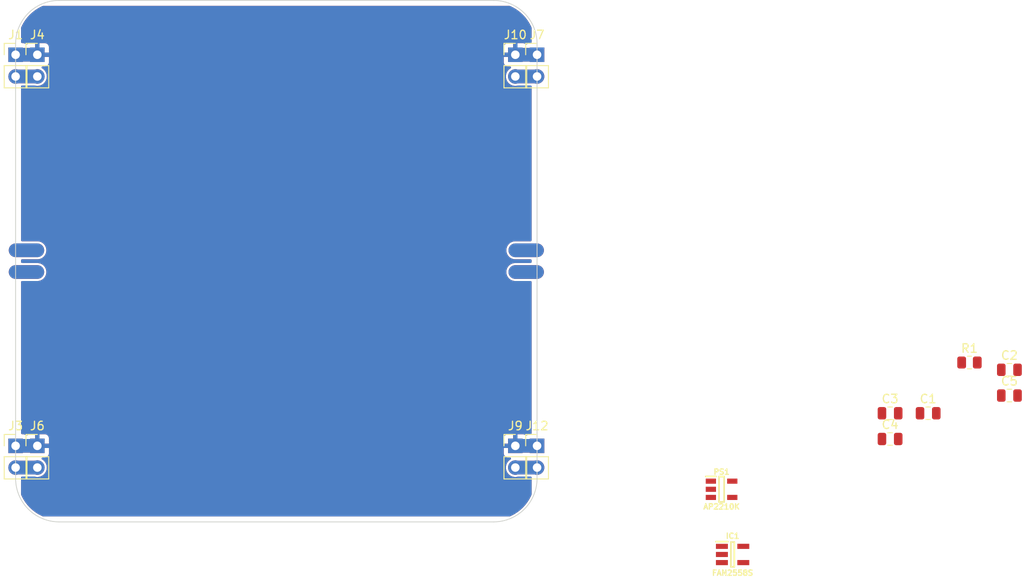
<source format=kicad_pcb>
(kicad_pcb (version 20211014) (generator pcbnew)
  (layers (0 "F.Cu" signal) (31 "B.Cu" signal) (34 "B.Paste" user) (37 "F.SilkS" user "F.Silkscreen") (38 "B.Mask" user) (39 "F.Mask" user) (44 "Edge.Cuts" user))
  (net 0 "")
  (net 1 "/GND")
  (net 2 "/Source 5V")
  (net 3 "Net-(C3-Pad2)")
  (net 4 "/5V")
  (net 5 "/3.8V")
  (net 6 "/~{Power Error}")
  (net 7 "unconnected-(J1-Pad2)")
  (net 8 "unconnected-(J10-Pad2)")
  (net 9 "unconnected-(J12-Pad2)")
  (footprint "Connector_PinHeader_2.54mm:PinHeader_1x02_P2.54mm_Vertical" (layer "F.Cu") (at 127 76.2)
    (fp_text reference "J4" (at 0 -2.33) (layer "F.SilkS"))
    (fp_text value "Conn_01x02_Male")
    (fp_line (start -1.33 -1.33) (end 0 -1.33) (layer "F.SilkS") (width 0.12))
    (fp_line (start -1.33 1.27) (end 1.33 1.27) (layer "F.SilkS") (width 0.12))
    (fp_line (start -1.33 0) (end -1.33 -1.33) (layer "F.SilkS") (width 0.12))
    (fp_line (start 1.33 1.27) (end 1.33 3.87) (layer "F.SilkS") (width 0.12))
    (fp_line (start -1.33 3.87) (end 1.33 3.87) (layer "F.SilkS") (width 0.12))
    (fp_line (start -1.33 1.27) (end -1.33 3.87) (layer "F.SilkS") (width 0.12))
    (pad "1" thru_hole rect (at 0 0) (size 1.7 1.7) (drill 1) (layers *.Cu *.Mask) (net 1 "/GND"))
    (pad "2" thru_hole oval (at 0 2.54) (size 1.7 1.7) (drill 1) (layers *.Cu *.Mask) (net 7 "unconnected-(J1-Pad2)"))
  )
  (footprint "SamacSys_Parts:SOT95P282X130-5N" (layer "F.Cu") (at 206.99 127)
    (fp_text reference "PS1" (at 0 -2.032) (layer "F.SilkS") (effects (font (size 0.635 0.635))))
    (fp_text value "AP2210K-5.0TRG1" hide)
    (fp_text user "${Silkscreen}" (at 0 2.032) (layer "F.SilkS") (effects (font (size 0.635 0.635))))
    (fp_line (start 0.3 1.48) (end -0.3 1.48) (layer "F.SilkS") (width 0.2))
    (fp_line (start 0.3 -1.48) (end 0.3 1.48) (layer "F.SilkS") (width 0.2))
    (fp_line (start -0.3 1.48) (end -0.3 -1.48) (layer "F.SilkS") (width 0.2))
    (fp_line (start -0.3 -1.48) (end 0.3 -1.48) (layer "F.SilkS") (width 0.2))
    (fp_line (start -1.85 -1.5) (end -0.65 -1.5) (layer "F.SilkS") (width 0.2))
    (pad "1" smd rect (at -1.25 -0.95 90) (size 0.6 1.2) (layers "F.Cu" "F.Paste" "F.Mask") (net 2 "/Source 5V"))
    (pad "2" smd rect (at -1.25 0 90) (size 0.6 1.2) (layers "F.Cu" "F.Paste" "F.Mask") (net 1 "/GND"))
    (pad "3" smd rect (at -1.25 0.95 90) (size 0.6 1.2) (layers "F.Cu" "F.Paste" "F.Mask") (net 2 "/Source 5V"))
    (pad "4" smd rect (at 1.25 0.95 90) (size 0.6 1.2) (layers "F.Cu" "F.Paste" "F.Mask") (net 3 "Net-(C3-Pad2)"))
    (pad "5" smd rect (at 1.25 -0.95 90) (size 0.6 1.2) (layers "F.Cu" "F.Paste" "F.Mask") (net 4 "/5V"))
  )
  (footprint "Connector_PinHeader_2.54mm:PinHeader_1x02_P2.54mm_Vertical" (layer "F.Cu") (at 182.88 76.2)
    (fp_text reference "J10" (at 0 -2.33) (layer "F.SilkS"))
    (fp_text value "Conn_01x02_Male")
    (fp_line (start -1.33 3.87) (end 1.33 3.87) (layer "F.SilkS") (width 0.12))
    (fp_line (start -1.33 -1.33) (end 0 -1.33) (layer "F.SilkS") (width 0.12))
    (fp_line (start 1.33 1.27) (end 1.33 3.87) (layer "F.SilkS") (width 0.12))
    (fp_line (start -1.33 0) (end -1.33 -1.33) (layer "F.SilkS") (width 0.12))
    (fp_line (start -1.33 1.27) (end 1.33 1.27) (layer "F.SilkS") (width 0.12))
    (fp_line (start -1.33 1.27) (end -1.33 3.87) (layer "F.SilkS") (width 0.12))
    (pad "1" thru_hole rect (at 0 0) (size 1.7 1.7) (drill 1) (layers *.Cu *.Mask) (net 1 "/GND"))
    (pad "2" thru_hole oval (at 0 2.54) (size 1.7 1.7) (drill 1) (layers *.Cu *.Mask) (net 8 "unconnected-(J10-Pad2)"))
  )
  (footprint "Capacitor_SMD:C_0805_2012Metric" (layer "F.Cu") (at 226.69 118.11)
    (fp_text reference "C3" (at 0 -1.68) (layer "F.SilkS"))
    (fp_text value "C_Small")
    (fp_line (start -0.261252 0.735) (end 0.261252 0.735) (layer "F.SilkS") (width 0.12))
    (fp_line (start -0.261252 -0.735) (end 0.261252 -0.735) (layer "F.SilkS") (width 0.12))
    (pad "1" smd roundrect (at -0.95 0) (size 1 1.45) (layers "F.Cu" "F.Paste" "F.Mask") (net 1 "/GND"))
    (pad "2" smd roundrect (at 0.95 0) (size 1 1.45) (layers "F.Cu" "F.Paste" "F.Mask") (net 3 "Net-(C3-Pad2)"))
  )
  (footprint "Connector_PinHeader_2.54mm:PinHeader_1x02_P2.54mm_Vertical" (layer "F.Cu") (at 127 121.92)
    (fp_text reference "J6" (at 0 -2.33) (layer "F.SilkS"))
    (fp_text value "Conn_01x02_Male")
    (fp_line (start -1.33 0) (end -1.33 -1.33) (layer "F.SilkS") (width 0.12))
    (fp_line (start -1.33 1.27) (end -1.33 3.87) (layer "F.SilkS") (width 0.12))
    (fp_line (start 1.33 1.27) (end 1.33 3.87) (layer "F.SilkS") (width 0.12))
    (fp_line (start -1.33 -1.33) (end 0 -1.33) (layer "F.SilkS") (width 0.12))
    (fp_line (start -1.33 1.27) (end 1.33 1.27) (layer "F.SilkS") (width 0.12))
    (fp_line (start -1.33 3.87) (end 1.33 3.87) (layer "F.SilkS") (width 0.12))
    (pad "1" thru_hole rect (at 0 0) (size 1.7 1.7) (drill 1) (layers *.Cu *.Mask) (net 1 "/GND"))
    (pad "2" thru_hole oval (at 0 2.54) (size 1.7 1.7) (drill 1) (layers *.Cu *.Mask) (net 2 "/Source 5V"))
  )
  (footprint "Connector_PinHeader_2.54mm:PinHeader_1x02_P2.54mm_Vertical" (layer "F.Cu") (at 124.46 76.2)
    (fp_text reference "J1" (at 0 -2.33) (layer "F.SilkS"))
    (fp_text value "Conn_01x02_Male")
    (fp_line (start -1.33 1.27) (end -1.33 3.87) (layer "F.SilkS") (width 0.12))
    (fp_line (start 1.33 1.27) (end 1.33 3.87) (layer "F.SilkS") (width 0.12))
    (fp_line (start -1.33 3.87) (end 1.33 3.87) (layer "F.SilkS") (width 0.12))
    (fp_line (start -1.33 0) (end -1.33 -1.33) (layer "F.SilkS") (width 0.12))
    (fp_line (start -1.33 -1.33) (end 0 -1.33) (layer "F.SilkS") (width 0.12))
    (fp_line (start -1.33 1.27) (end 1.33 1.27) (layer "F.SilkS") (width 0.12))
    (pad "1" thru_hole rect (at 0 0) (size 1.7 1.7) (drill 1) (layers *.Cu *.Mask) (net 1 "/GND"))
    (pad "2" thru_hole oval (at 0 2.54) (size 1.7 1.7) (drill 1) (layers *.Cu *.Mask) (net 7 "unconnected-(J1-Pad2)"))
  )
  (footprint "Connector_PinHeader_2.54mm:PinHeader_1x02_P2.54mm_Vertical" (layer "F.Cu") (at 185.42 121.92)
    (fp_text reference "J12" (at 0 -2.33) (layer "F.SilkS"))
    (fp_text value "Conn_01x02_Male")
    (fp_line (start 1.33 1.27) (end 1.33 3.87) (layer "F.SilkS") (width 0.12))
    (fp_line (start -1.33 1.27) (end 1.33 1.27) (layer "F.SilkS") (width 0.12))
    (fp_line (start -1.33 -1.33) (end 0 -1.33) (layer "F.SilkS") (width 0.12))
    (fp_line (start -1.33 3.87) (end 1.33 3.87) (layer "F.SilkS") (width 0.12))
    (fp_line (start -1.33 1.27) (end -1.33 3.87) (layer "F.SilkS") (width 0.12))
    (fp_line (start -1.33 0) (end -1.33 -1.33) (layer "F.SilkS") (width 0.12))
    (pad "1" thru_hole rect (at 0 0) (size 1.7 1.7) (drill 1) (layers *.Cu *.Mask) (net 1 "/GND"))
    (pad "2" thru_hole oval (at 0 2.54) (size 1.7 1.7) (drill 1) (layers *.Cu *.Mask) (net 9 "unconnected-(J12-Pad2)"))
  )
  (footprint "Capacitor_SMD:C_0805_2012Metric" (layer "F.Cu") (at 231.14 118.11)
    (fp_text reference "C1" (at 0 -1.68) (layer "F.SilkS"))
    (fp_text value "C_Small")
    (fp_line (start -0.261252 0.735) (end 0.261252 0.735) (layer "F.SilkS") (width 0.12))
    (fp_line (start -0.261252 -0.735) (end 0.261252 -0.735) (layer "F.SilkS") (width 0.12))
    (pad "1" smd roundrect (at -0.95 0) (size 1 1.45) (layers "F.Cu" "F.Paste" "F.Mask") (net 1 "/GND"))
    (pad "2" smd roundrect (at 0.95 0) (size 1 1.45) (layers "F.Cu" "F.Paste" "F.Mask") (net 2 "/Source 5V"))
  )
  (footprint "Connector_PinHeader_2.54mm:PinHeader_1x02_P2.54mm_Vertical" (layer "F.Cu") (at 124.46 121.92)
    (fp_text reference "J3" (at 0 -2.33) (layer "F.SilkS"))
    (fp_text value "Conn_01x02_Male")
    (fp_line (start -1.33 1.27) (end 1.33 1.27) (layer "F.SilkS") (width 0.12))
    (fp_line (start -1.33 1.27) (end -1.33 3.87) (layer "F.SilkS") (width 0.12))
    (fp_line (start -1.33 3.87) (end 1.33 3.87) (layer "F.SilkS") (width 0.12))
    (fp_line (start 1.33 1.27) (end 1.33 3.87) (layer "F.SilkS") (width 0.12))
    (fp_line (start -1.33 -1.33) (end 0 -1.33) (layer "F.SilkS") (width 0.12))
    (fp_line (start -1.33 0) (end -1.33 -1.33) (layer "F.SilkS") (width 0.12))
    (pad "1" thru_hole rect (at 0 0) (size 1.7 1.7) (drill 1) (layers *.Cu *.Mask) (net 1 "/GND"))
    (pad "2" thru_hole oval (at 0 2.54) (size 1.7 1.7) (drill 1) (layers *.Cu *.Mask) (net 2 "/Source 5V"))
  )
  (footprint "Capacitor_SMD:C_0805_2012Metric" (layer "F.Cu") (at 240.64 113.03)
    (fp_text reference "C2" (at 0 -1.68) (layer "F.SilkS"))
    (fp_text value "C_Small")
    (fp_line (start -0.261252 -0.735) (end 0.261252 -0.735) (layer "F.SilkS") (width 0.12))
    (fp_line (start -0.261252 0.735) (end 0.261252 0.735) (layer "F.SilkS") (width 0.12))
    (pad "1" smd roundrect (at -0.95 0) (size 1 1.45) (layers "F.Cu" "F.Paste" "F.Mask") (net 1 "/GND"))
    (pad "2" smd roundrect (at 0.95 0) (size 1 1.45) (layers "F.Cu" "F.Paste" "F.Mask") (net 2 "/Source 5V"))
  )
  (footprint "Capacitor_SMD:C_0805_2012Metric" (layer "F.Cu") (at 226.69 121.12)
    (fp_text reference "C4" (at 0 -1.68) (layer "F.SilkS"))
    (fp_text value "C_Small")
    (fp_line (start -0.261252 0.735) (end 0.261252 0.735) (layer "F.SilkS") (width 0.12))
    (fp_line (start -0.261252 -0.735) (end 0.261252 -0.735) (layer "F.SilkS") (width 0.12))
    (pad "1" smd roundrect (at -0.95 0) (size 1 1.45) (layers "F.Cu" "F.Paste" "F.Mask") (net 1 "/GND"))
    (pad "2" smd roundrect (at 0.95 0) (size 1 1.45) (layers "F.Cu" "F.Paste" "F.Mask") (net 4 "/5V"))
  )
  (footprint "Connector_PinHeader_2.54mm:PinHeader_1x02_P2.54mm_Vertical" (layer "F.Cu") (at 185.42 76.2)
    (fp_text reference "J7" (at 0 -2.33) (layer "F.SilkS"))
    (fp_text value "Conn_01x02_Male")
    (fp_line (start 1.33 1.27) (end 1.33 3.87) (layer "F.SilkS") (width 0.12))
    (fp_line (start -1.33 1.27) (end -1.33 3.87) (layer "F.SilkS") (width 0.12))
    (fp_line (start -1.33 1.27) (end 1.33 1.27) (layer "F.SilkS") (width 0.12))
    (fp_line (start -1.33 -1.33) (end 0 -1.33) (layer "F.SilkS") (width 0.12))
    (fp_line (start -1.33 0) (end -1.33 -1.33) (layer "F.SilkS") (width 0.12))
    (fp_line (start -1.33 3.87) (end 1.33 3.87) (layer "F.SilkS") (width 0.12))
    (pad "1" thru_hole rect (at 0 0) (size 1.7 1.7) (drill 1) (layers *.Cu *.Mask) (net 1 "/GND"))
    (pad "2" thru_hole oval (at 0 2.54) (size 1.7 1.7) (drill 1) (layers *.Cu *.Mask) (net 8 "unconnected-(J10-Pad2)"))
  )
  (footprint "Resistor_SMD:R_0805_2012Metric" (layer "F.Cu") (at 235.97 112.18)
    (fp_text reference "R1" (at 0 -1.65) (layer "F.SilkS"))
    (fp_text value "R_Small")
    (fp_line (start -0.227064 -0.735) (end 0.227064 -0.735) (layer "F.SilkS") (width 0.12))
    (fp_line (start -0.227064 0.735) (end 0.227064 0.735) (layer "F.SilkS") (width 0.12))
    (pad "1" smd roundrect (at -0.9125 0) (size 1.025 1.4) (layers "F.Cu" "F.Paste" "F.Mask") (roundrect_rratio 0.243902) (net 6 "/~{Power Error}"))
    (pad "2" smd roundrect (at 0.9125 0) (size 1.025 1.4) (layers "F.Cu" "F.Paste" "F.Mask") (roundrect_rratio 0.243902) (net 2 "/Source 5V"))
  )
  (footprint "Connector_PinHeader_2.54mm:PinHeader_1x02_P2.54mm_Vertical" (layer "F.Cu") (at 182.88 121.92)
    (fp_text reference "J9" (at 0 -2.33) (layer "F.SilkS"))
    (fp_text value "Conn_01x02_Male")
    (fp_line (start -1.33 -1.33) (end 0 -1.33) (layer "F.SilkS") (width 0.12))
    (fp_line (start -1.33 1.27) (end 1.33 1.27) (layer "F.SilkS") (width 0.12))
    (fp_line (start -1.33 3.87) (end 1.33 3.87) (layer "F.SilkS") (width 0.12))
    (fp_line (start 1.33 1.27) (end 1.33 3.87) (layer "F.SilkS") (width 0.12))
    (fp_line (start -1.33 0) (end -1.33 -1.33) (layer "F.SilkS") (width 0.12))
    (fp_line (start -1.33 1.27) (end -1.33 3.87) (layer "F.SilkS") (width 0.12))
    (pad "1" thru_hole rect (at 0 0) (size 1.7 1.7) (drill 1) (layers *.Cu *.Mask) (net 1 "/GND"))
    (pad "2" thru_hole oval (at 0 2.54) (size 1.7 1.7) (drill 1) (layers *.Cu *.Mask) (net 9 "unconnected-(J12-Pad2)"))
  )
  (footprint "Capacitor_SMD:C_0805_2012Metric" (layer "F.Cu") (at 240.64 116.04)
    (fp_text reference "C5" (at 0 -1.68) (layer "F.SilkS"))
    (fp_text value "C_Small")
    (fp_line (start -0.261252 -0.735) (end 0.261252 -0.735) (layer "F.SilkS") (width 0.12))
    (fp_line (start -0.261252 0.735) (end 0.261252 0.735) (layer "F.SilkS") (width 0.12))
    (pad "1" smd roundrect (at -0.95 0) (size 1 1.45) (layers "F.Cu" "F.Paste" "F.Mask") (net 1 "/GND"))
    (pad "2" smd roundrect (at 0.95 0) (size 1 1.45) (layers "F.Cu" "F.Paste" "F.Mask") (net 5 "/3.8V"))
  )
  (footprint "SamacSys_Parts:SOT95P270X145-5N" (layer "F.Cu") (at 208.28 134.62)
    (fp_text reference "IC1" (at 0 -2.159) (layer "F.SilkS") (effects (font (size 0.635 0.635))))
    (fp_text value "FAN2558S38X" hide)
    (fp_text user "${Silkscreen}" (at 0 2.159) (layer "F.SilkS") (effects (font (size 0.635 0.635))))
    (fp_line (start -0.2 1.45) (end -0.2 -1.45) (layer "F.SilkS") (width 0.2))
    (fp_line (start 0.2 -1.45) (end 0.2 1.45) (layer "F.SilkS") (width 0.2))
    (fp_line (start -1.95 -1.5) (end -0.55 -1.5) (layer "F.SilkS") (width 0.2))
    (fp_line (start 0.2 1.45) (end -0.2 1.45) (layer "F.SilkS") (width 0.2))
    (fp_line (start -0.2 -1.45) (end 0.2 -1.45) (layer "F.SilkS") (width 0.2))
    (pad "1" smd rect (at -1.25 -0.95 90) (size 0.6 1.4) (layers "F.Cu" "F.Paste" "F.Mask") (net 2 "/Source 5V"))
    (pad "2" smd rect (at -1.25 0 90) (size 0.6 1.4) (layers "F.Cu" "F.Paste" "F.Mask") (net 1 "/GND"))
    (pad "3" smd rect (at -1.25 0.95 90) (size 0.6 1.4) (layers "F.Cu" "F.Paste" "F.Mask") (net 2 "/Source 5V"))
    (pad "4" smd rect (at 1.25 0.95 90) (size 0.6 1.4) (layers "F.Cu" "F.Paste" "F.Mask") (net 6 "/~{Power Error}"))
    (pad "5" smd rect (at 1.25 -0.95 90) (size 0.6 1.4) (layers "F.Cu" "F.Paste" "F.Mask") (net 5 "/3.8V"))
  )
  (gr_arc (start 185.42 125.73) (mid 183.932102 129.322102) (end 180.34 130.81) (layer "Edge.Cuts") (width 0.1))
  (gr_arc (start 129.54 130.81) (mid 125.947898 129.322102) (end 124.46 125.73) (layer "Edge.Cuts") (width 0.1))
  (gr_arc (start 180.34 69.85) (mid 183.932102 71.337898) (end 185.42 74.93) (layer "Edge.Cuts") (width 0.1))
  (gr_arc (start 124.459996 74.93) (mid 125.947893 71.337896) (end 129.539996 69.85) (layer "Edge.Cuts") (width 0.1))
  (gr_line (start 124.459996 74.93) (end 124.46 125.73) (layer "Edge.Cuts") (width 0.1))
  (gr_line (start 185.42 125.73) (end 185.42 74.93) (layer "Edge.Cuts") (width 0.1))
  (gr_line (start 129.539992 69.85) (end 180.34 69.85) (layer "Edge.Cuts") (width 0.1))
  (gr_line (start 180.34 130.81) (end 129.54 130.81) (layer "Edge.Cuts") (width 0.1))
  (segment (start 185.42 101.6) (end 182.88 101.6) (width 1.6) (layer "F.Cu") (net 0))
  (segment (start 124.46 101.6) (end 127 101.6) (width 1.6) (layer "F.Cu") (net 0))
  (segment (start 182.88 99.06) (end 185.42 99.06) (width 1.6) (layer "F.Cu") (net 0))
  (segment (start 127 99.06) (end 124.46 99.06) (width 1.6) (layer "F.Cu") (net 0))
  (segment (start 185.42 99.06) (end 182.88 99.06) (width 1.6) (layer "B.Cu") (net 0))
  (segment (start 127 101.6) (end 124.46 101.6) (width 1.6) (layer "B.Cu") (net 0))
  (segment (start 124.46 99.06) (end 127 99.06) (width 1.6) (layer "B.Cu") (net 0))
  (segment (start 182.88 101.6) (end 185.42 101.6) (width 1.6) (layer "B.Cu") (net 0))
  (segment (start 182.88 76.2) (end 185.42 76.2) (width 1.6) (layer "F.Cu") (net 1))
  (segment (start 124.46 76.2) (end 127 76.2) (width 1.6) (layer "F.Cu") (net 1))
  (segment (start 182.88 121.92) (end 185.42 121.92) (width 1.6) (layer "F.Cu") (net 1))
  (segment (start 124.46 121.92) (end 127 121.92) (width 1.6) (layer "F.Cu") (net 1))
  (segment (start 185.42 76.2) (end 182.88 76.2) (width 1.6) (layer "B.Cu") (net 1))
  (segment (start 127 76.2) (end 124.46 76.2) (width 1.6) (layer "B.Cu") (net 1))
  (segment (start 127 121.92) (end 124.46 121.92) (width 1.6) (layer "B.Cu") (net 1))
  (segment (start 185.42 121.92) (end 182.88 121.92) (width 1.6) (layer "B.Cu") (net 1))
  (segment (start 127 124.46) (end 124.46 124.46) (width 1.6) (layer "F.Cu") (net 2))
  (segment (start 124.46 124.46) (end 127 124.46) (width 1.6) (layer "B.Cu") (net 2))
  (segment (start 127 78.74) (end 124.46 78.74) (width 1.6) (layer "F.Cu") (net 7))
  (segment (start 124.46 78.74) (end 127 78.74) (width 1.6) (layer "B.Cu") (net 7))
  (segment (start 185.42 78.74) (end 182.88 78.74) (width 1.6) (layer "F.Cu") (net 8))
  (segment (start 182.88 78.74) (end 185.42 78.74) (width 1.6) (layer "B.Cu") (net 8))
  (segment (start 185.42 124.46) (end 182.88 124.46) (width 1.6) (layer "F.Cu") (net 9))
  (segment (start 182.88 124.46) (end 185.42 124.46) (width 1.6) (layer "B.Cu") (net 9))
  (zone (net 1) (net_name "/GND") (layer "F.Cu") (connect_pads (clearance 0.25)) (min_thickness 0.254) (fill yes (thermal_gap 0.508) (thermal_bridge_width 0.508))
    (polygon (pts (xy 184.785 130.175) (xy 125.095 130.175) (xy 125.095 70.485) (xy 184.785 70.485)))
  )
  (zone (net 1) (net_name "/GND") (layer "B.Cu") (connect_pads (clearance 0.25)) (min_thickness 0.254) (fill yes (thermal_gap 0.508) (thermal_bridge_width 0.508))
    (polygon (pts (xy 184.785 130.175) (xy 125.095 130.175) (xy 125.095 70.485) (xy 184.785 70.485)))
  )
)
</source>
